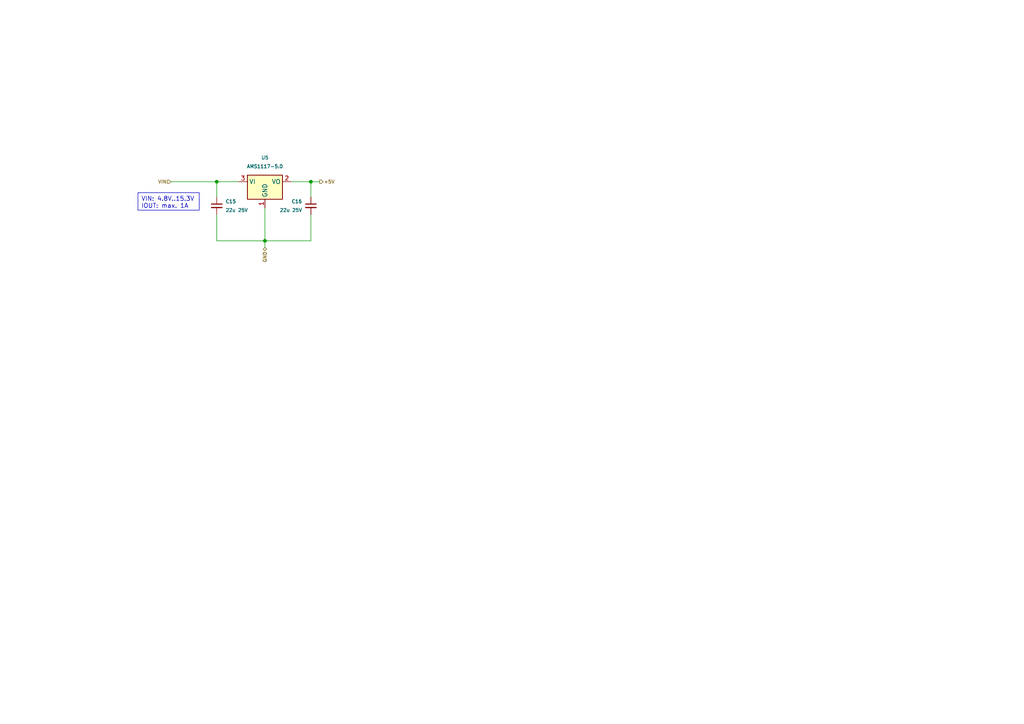
<source format=kicad_sch>
(kicad_sch (version 20230121) (generator eeschema)

  (uuid a799d373-c53b-4c9f-9e5f-6fe0971295ac)

  (paper "A4")

  (lib_symbols
    (symbol "Device:C_Small" (pin_numbers hide) (pin_names (offset 0.254) hide) (in_bom yes) (on_board yes)
      (property "Reference" "C" (at 0.254 1.778 0)
        (effects (font (size 1.27 1.27)) (justify left))
      )
      (property "Value" "C_Small" (at 0.254 -2.032 0)
        (effects (font (size 1.27 1.27)) (justify left))
      )
      (property "Footprint" "" (at 0 0 0)
        (effects (font (size 1.27 1.27)) hide)
      )
      (property "Datasheet" "~" (at 0 0 0)
        (effects (font (size 1.27 1.27)) hide)
      )
      (property "ki_keywords" "capacitor cap" (at 0 0 0)
        (effects (font (size 1.27 1.27)) hide)
      )
      (property "ki_description" "Unpolarized capacitor, small symbol" (at 0 0 0)
        (effects (font (size 1.27 1.27)) hide)
      )
      (property "ki_fp_filters" "C_*" (at 0 0 0)
        (effects (font (size 1.27 1.27)) hide)
      )
      (symbol "C_Small_0_1"
        (polyline
          (pts
            (xy -1.524 -0.508)
            (xy 1.524 -0.508)
          )
          (stroke (width 0.3302) (type default))
          (fill (type none))
        )
        (polyline
          (pts
            (xy -1.524 0.508)
            (xy 1.524 0.508)
          )
          (stroke (width 0.3048) (type default))
          (fill (type none))
        )
      )
      (symbol "C_Small_1_1"
        (pin passive line (at 0 2.54 270) (length 2.032)
          (name "~" (effects (font (size 1.27 1.27))))
          (number "1" (effects (font (size 1.27 1.27))))
        )
        (pin passive line (at 0 -2.54 90) (length 2.032)
          (name "~" (effects (font (size 1.27 1.27))))
          (number "2" (effects (font (size 1.27 1.27))))
        )
      )
    )
    (symbol "Regulator_Linear:AMS1117-3.3" (in_bom yes) (on_board yes)
      (property "Reference" "U" (at -3.81 3.175 0)
        (effects (font (size 1.27 1.27)))
      )
      (property "Value" "AMS1117-3.3" (at 0 3.175 0)
        (effects (font (size 1.27 1.27)) (justify left))
      )
      (property "Footprint" "Package_TO_SOT_SMD:SOT-223-3_TabPin2" (at 0 5.08 0)
        (effects (font (size 1.27 1.27)) hide)
      )
      (property "Datasheet" "http://www.advanced-monolithic.com/pdf/ds1117.pdf" (at 2.54 -6.35 0)
        (effects (font (size 1.27 1.27)) hide)
      )
      (property "ki_keywords" "linear regulator ldo fixed positive" (at 0 0 0)
        (effects (font (size 1.27 1.27)) hide)
      )
      (property "ki_description" "1A Low Dropout regulator, positive, 3.3V fixed output, SOT-223" (at 0 0 0)
        (effects (font (size 1.27 1.27)) hide)
      )
      (property "ki_fp_filters" "SOT?223*TabPin2*" (at 0 0 0)
        (effects (font (size 1.27 1.27)) hide)
      )
      (symbol "AMS1117-3.3_0_1"
        (rectangle (start -5.08 -5.08) (end 5.08 1.905)
          (stroke (width 0.254) (type default))
          (fill (type background))
        )
      )
      (symbol "AMS1117-3.3_1_1"
        (pin power_in line (at 0 -7.62 90) (length 2.54)
          (name "GND" (effects (font (size 1.27 1.27))))
          (number "1" (effects (font (size 1.27 1.27))))
        )
        (pin power_out line (at 7.62 0 180) (length 2.54)
          (name "VO" (effects (font (size 1.27 1.27))))
          (number "2" (effects (font (size 1.27 1.27))))
        )
        (pin power_in line (at -7.62 0 0) (length 2.54)
          (name "VI" (effects (font (size 1.27 1.27))))
          (number "3" (effects (font (size 1.27 1.27))))
        )
      )
    )
  )

  (junction (at 90.17 52.705) (diameter 0) (color 0 0 0 0)
    (uuid 3b63b951-62a0-4ded-848b-12f0b1246bd8)
  )
  (junction (at 76.835 69.85) (diameter 0) (color 0 0 0 0)
    (uuid 73eea78e-db46-458d-93a4-0e0e01d36b37)
  )
  (junction (at 62.865 52.705) (diameter 0) (color 0 0 0 0)
    (uuid bc923b8e-f3eb-4702-8f37-ece74a5b5662)
  )

  (wire (pts (xy 90.17 52.705) (xy 90.17 57.15))
    (stroke (width 0) (type default))
    (uuid 04e77577-4e65-4643-9420-7297327acbe6)
  )
  (wire (pts (xy 62.865 52.705) (xy 69.215 52.705))
    (stroke (width 0) (type default))
    (uuid 18b8aeae-e876-4bd8-8e6d-9395c0382845)
  )
  (wire (pts (xy 62.865 52.705) (xy 62.865 57.15))
    (stroke (width 0) (type default))
    (uuid 635c3650-f369-487a-9fac-61b20d2c64e3)
  )
  (wire (pts (xy 84.455 52.705) (xy 90.17 52.705))
    (stroke (width 0) (type default))
    (uuid 774801e1-7931-4b8d-b980-93d08f00d447)
  )
  (wire (pts (xy 62.865 69.85) (xy 62.865 62.23))
    (stroke (width 0) (type default))
    (uuid 7a6aa757-9c87-4b46-b2cd-c3957e3d1650)
  )
  (wire (pts (xy 90.17 62.23) (xy 90.17 69.85))
    (stroke (width 0) (type default))
    (uuid a1fc211e-e4c4-4c2d-80c5-a56f4b933f1a)
  )
  (wire (pts (xy 76.835 60.325) (xy 76.835 69.85))
    (stroke (width 0) (type default))
    (uuid a51b90a3-bee6-46e5-b7ed-7586c180b22b)
  )
  (wire (pts (xy 76.835 69.85) (xy 62.865 69.85))
    (stroke (width 0) (type default))
    (uuid a8460640-4622-4bd0-82c9-43b0f2e42dca)
  )
  (wire (pts (xy 49.53 52.705) (xy 62.865 52.705))
    (stroke (width 0) (type default))
    (uuid b294405b-f272-4b35-bc13-d3f4834580b9)
  )
  (wire (pts (xy 90.17 69.85) (xy 76.835 69.85))
    (stroke (width 0) (type default))
    (uuid b9542d36-aeef-44bb-9524-c8815c7f97c8)
  )
  (wire (pts (xy 90.17 52.705) (xy 92.71 52.705))
    (stroke (width 0) (type default))
    (uuid c045ea38-aa4d-480b-9265-6dd3d820a214)
  )
  (wire (pts (xy 76.835 69.85) (xy 76.835 71.755))
    (stroke (width 0) (type default))
    (uuid f96584a8-e044-4cc8-a643-14b0e6c5b91d)
  )

  (text_box "VIN: 4.8V..15.3V\nIOUT: max. 1A"
    (at 40.005 55.88 0) (size 17.78 5.08)
    (stroke (width 0) (type default))
    (fill (type none))
    (effects (font (size 1.27 1.27)) (justify left top))
    (uuid dfd38a19-5fe6-4b7b-bfe3-2392a1e88512)
  )

  (hierarchical_label "GND" (shape bidirectional) (at 76.835 71.755 270) (fields_autoplaced)
    (effects (font (size 1 1)) (justify right))
    (uuid a04de649-3d12-4748-9d03-1e48e6c809e0)
  )
  (hierarchical_label "VIN" (shape input) (at 49.53 52.705 180) (fields_autoplaced)
    (effects (font (size 1 1)) (justify right))
    (uuid a28723e8-90a8-48ec-adb2-ce2888213121)
  )
  (hierarchical_label "+5V" (shape output) (at 92.71 52.705 0) (fields_autoplaced)
    (effects (font (size 1 1)) (justify left))
    (uuid c7ce7b56-6d93-4da6-ac10-14acd2d8fd48)
  )

  (symbol (lib_id "Regulator_Linear:AMS1117-3.3") (at 76.835 52.705 0) (unit 1)
    (in_bom yes) (on_board yes) (dnp no) (fields_autoplaced)
    (uuid 11e12a26-ebd7-48c4-a02e-ccb615fff369)
    (property "Reference" "U5" (at 76.835 45.72 0)
      (effects (font (size 1 1)))
    )
    (property "Value" "AMS1117-5.0" (at 76.835 48.26 0)
      (effects (font (size 1 1)))
    )
    (property "Footprint" "Package_TO_SOT_SMD:SOT-223-3_TabPin2" (at 76.835 47.625 0)
      (effects (font (size 1 1)) hide)
    )
    (property "Datasheet" "http://www.advanced-monolithic.com/pdf/ds1117.pdf" (at 79.375 59.055 0)
      (effects (font (size 1 1)) hide)
    )
    (property "Description" "68dB@(120Hz) 1A Fixed 5V~5V Positive 15V SOT-223  Linear Voltage Regulators (LDO) ROHS" (at 76.835 52.705 0)
      (effects (font (size 1 1)) hide)
    )
    (property "Manufacturer" "Advanced Monolithic Systems" (at 76.835 52.705 0)
      (effects (font (size 1 1)) hide)
    )
    (property "Partnumber" "AMS1117-5.0" (at 76.835 52.705 0)
      (effects (font (size 1 1)) hide)
    )
    (property "JLCPCB Part #" "C6187" (at 76.835 52.705 0)
      (effects (font (size 1 1)) hide)
    )
    (property "isBasicPart" "YES" (at 76.835 52.705 0)
      (effects (font (size 1 1)) hide)
    )
    (pin "1" (uuid 2b323e88-24ef-49e4-ac9d-22b68c2f37a3))
    (pin "2" (uuid 53692103-aa6a-4ee7-b411-4721e1683457))
    (pin "3" (uuid 6be395f1-249d-4482-8c6d-36d88ea07749))
    (instances
      (project "stm32f1_nano"
        (path "/0d35483a-0b12-46cc-b9f2-896fd6831779"
          (reference "U5") (unit 1)
        )
      )
      (project "stm32f407vg"
        (path "/2d452db2-a0cd-4a57-9497-df1dd0591a30"
          (reference "U2") (unit 1)
        )
        (path "/2d452db2-a0cd-4a57-9497-df1dd0591a30/3fc0c7b9-3f68-401d-a562-a4bf607ef36a"
          (reference "U301") (unit 1)
        )
      )
      (project "basicparts"
        (path "/43a31acf-2604-4bbd-9556-e633c3dff6c4"
          (reference "U103") (unit 1)
        )
      )
      (project "stm32f4_uno"
        (path "/e63e39d7-6ac0-4ffd-8aa3-1841a4541b55"
          (reference "U104") (unit 1)
        )
        (path "/e63e39d7-6ac0-4ffd-8aa3-1841a4541b55/53921512-7955-4b3a-b330-0a7f69614726"
          (reference "U201") (unit 1)
        )
        (path "/e63e39d7-6ac0-4ffd-8aa3-1841a4541b55/0d09f1c5-80ef-4ecd-bc99-7e5b757caf07"
          (reference "U501") (unit 1)
        )
      )
    )
  )

  (symbol (lib_id "Device:C_Small") (at 90.17 59.69 0) (mirror y) (unit 1)
    (in_bom yes) (on_board yes) (dnp no)
    (uuid 1bc61c2a-b588-4b35-9e52-c2baa51a212f)
    (property "Reference" "C16" (at 87.63 58.4263 0)
      (effects (font (size 1 1)) (justify left))
    )
    (property "Value" "22u 25V" (at 87.63 60.9663 0)
      (effects (font (size 1 1)) (justify left))
    )
    (property "Footprint" "Capacitor_SMD:C_0805_2012Metric" (at 90.17 59.69 0)
      (effects (font (size 1 1)) hide)
    )
    (property "Datasheet" "~" (at 90.17 59.69 0)
      (effects (font (size 1 1)) hide)
    )
    (property "Description" "25V 22uF X5R ±20% 0805  Multilayer Ceramic Capacitors MLCC - SMD/SMT ROHS" (at 90.17 59.69 0)
      (effects (font (size 1 1)) hide)
    )
    (property "JLCPCB Part #" "C45783" (at 90.17 59.69 0)
      (effects (font (size 1 1)) hide)
    )
    (property "Manufacturer" "Samsung Electro-Mechanics" (at 90.17 59.69 0)
      (effects (font (size 1 1)) hide)
    )
    (property "Manufacturer_Name" "Samsung Electro-Mechanics" (at 90.17 59.69 0)
      (effects (font (size 1 1)) hide)
    )
    (property "Manufacturer_Part_Number" "CL21A226MAQNNNE" (at 90.17 59.69 0)
      (effects (font (size 1 1)) hide)
    )
    (property "Partnumber" "CL21A226MAQNNNE" (at 90.17 59.69 0)
      (effects (font (size 1 1)) hide)
    )
    (property "isBasicPart" "YES" (at 90.17 59.69 0)
      (effects (font (size 1 1)) hide)
    )
    (pin "1" (uuid ca877cb7-c15a-4a77-bf7d-41bcb0c6cd8c))
    (pin "2" (uuid 0b9345d4-34ae-4348-b925-37e4d1aa5ea8))
    (instances
      (project "stm32f1_nano"
        (path "/0d35483a-0b12-46cc-b9f2-896fd6831779"
          (reference "C16") (unit 1)
        )
      )
      (project "stm32f407vg"
        (path "/2d452db2-a0cd-4a57-9497-df1dd0591a30"
          (reference "C1") (unit 1)
        )
        (path "/2d452db2-a0cd-4a57-9497-df1dd0591a30/3fc0c7b9-3f68-401d-a562-a4bf607ef36a"
          (reference "C302") (unit 1)
        )
      )
      (project "basicparts"
        (path "/43a31acf-2604-4bbd-9556-e633c3dff6c4"
          (reference "C104") (unit 1)
        )
      )
      (project "stm32f4_uno"
        (path "/e63e39d7-6ac0-4ffd-8aa3-1841a4541b55"
          (reference "C116") (unit 1)
        )
        (path "/e63e39d7-6ac0-4ffd-8aa3-1841a4541b55/53921512-7955-4b3a-b330-0a7f69614726"
          (reference "C202") (unit 1)
        )
        (path "/e63e39d7-6ac0-4ffd-8aa3-1841a4541b55/0d09f1c5-80ef-4ecd-bc99-7e5b757caf07"
          (reference "C502") (unit 1)
        )
      )
    )
  )

  (symbol (lib_id "Device:C_Small") (at 62.865 59.69 0) (unit 1)
    (in_bom yes) (on_board yes) (dnp no) (fields_autoplaced)
    (uuid a84d8ac6-7fd2-442e-9cbd-4e4a0eae41f8)
    (property "Reference" "C15" (at 65.405 58.4263 0)
      (effects (font (size 1 1)) (justify left))
    )
    (property "Value" "22u 25V" (at 65.405 60.9663 0)
      (effects (font (size 1 1)) (justify left))
    )
    (property "Footprint" "Capacitor_SMD:C_0805_2012Metric" (at 62.865 59.69 0)
      (effects (font (size 1 1)) hide)
    )
    (property "Datasheet" "~" (at 62.865 59.69 0)
      (effects (font (size 1 1)) hide)
    )
    (property "Description" "25V 22uF X5R ±20% 0805  Multilayer Ceramic Capacitors MLCC - SMD/SMT ROHS" (at 62.865 59.69 0)
      (effects (font (size 1 1)) hide)
    )
    (property "JLCPCB Part #" "C45783" (at 62.865 59.69 0)
      (effects (font (size 1 1)) hide)
    )
    (property "Manufacturer" "Samsung Electro-Mechanics" (at 62.865 59.69 0)
      (effects (font (size 1 1)) hide)
    )
    (property "Manufacturer_Name" "Samsung Electro-Mechanics" (at 62.865 59.69 0)
      (effects (font (size 1 1)) hide)
    )
    (property "Manufacturer_Part_Number" "CL21A226MAQNNNE" (at 62.865 59.69 0)
      (effects (font (size 1 1)) hide)
    )
    (property "Partnumber" "CL21A226MAQNNNE" (at 62.865 59.69 0)
      (effects (font (size 1 1)) hide)
    )
    (property "isBasicPart" "YES" (at 62.865 59.69 0)
      (effects (font (size 1 1)) hide)
    )
    (pin "1" (uuid 844a8212-4b10-4689-aaf0-dd1ded34bf4f))
    (pin "2" (uuid f1222e82-39d2-4ff8-8537-c6ff1d93dd7f))
    (instances
      (project "stm32f1_nano"
        (path "/0d35483a-0b12-46cc-b9f2-896fd6831779"
          (reference "C15") (unit 1)
        )
      )
      (project "stm32f407vg"
        (path "/2d452db2-a0cd-4a57-9497-df1dd0591a30"
          (reference "C1") (unit 1)
        )
        (path "/2d452db2-a0cd-4a57-9497-df1dd0591a30/3fc0c7b9-3f68-401d-a562-a4bf607ef36a"
          (reference "C302") (unit 1)
        )
      )
      (project "basicparts"
        (path "/43a31acf-2604-4bbd-9556-e633c3dff6c4"
          (reference "C104") (unit 1)
        )
      )
      (project "stm32f4_uno"
        (path "/e63e39d7-6ac0-4ffd-8aa3-1841a4541b55"
          (reference "C115") (unit 1)
        )
        (path "/e63e39d7-6ac0-4ffd-8aa3-1841a4541b55/53921512-7955-4b3a-b330-0a7f69614726"
          (reference "C201") (unit 1)
        )
        (path "/e63e39d7-6ac0-4ffd-8aa3-1841a4541b55/0d09f1c5-80ef-4ecd-bc99-7e5b757caf07"
          (reference "C501") (unit 1)
        )
      )
    )
  )
)

</source>
